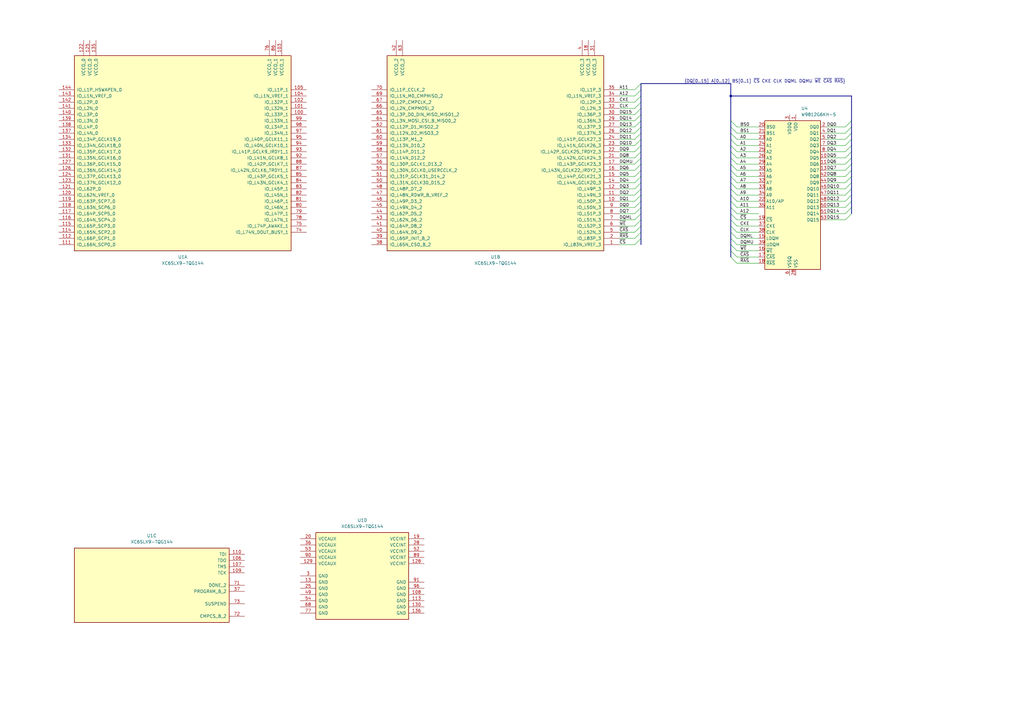
<source format=kicad_sch>
(kicad_sch (version 20231120) (generator "eeschema") (generator_version "8.0")
  (paper "A3")
  (lib_symbols
    (symbol "FPGA_Xilinx_Spartan6:XC6SLX9-TQG144" (pin_names (offset 1.016))
      (property "Reference" "U" (at 0 1.27 0))
      (property "Value" "XC6SLX9-TQG144" (at 0 -1.27 0))
      (symbol "XC6SLX9-TQG144_1_1"
        (rectangle (start -44.45 36.83) (end 44.45 -43.18) (stroke (width 0.254)) (fill (type background)))
        (pin bidirectional line (at 50.8 12.7 180) (length 6.35) (name "IO_L33P_1") (number "100"))
        (pin bidirectional line (at 50.8 15.24 180) (length 6.35) (name "IO_L32N_1") (number "101"))
        (pin bidirectional line (at 50.8 17.78 180) (length 6.35) (name "IO_L32P_1") (number "102"))
        (pin power_in line (at 40.64 43.18 270) (length 6.35) (name "VCCO_1") (number "103"))
        (pin bidirectional line (at 50.8 20.32 180) (length 6.35) (name "IO_L1N_VREF_1") (number "104"))
        (pin bidirectional line (at 50.8 22.86 180) (length 6.35) (name "IO_L1P_1") (number "105"))
        (pin bidirectional line (at -50.8 -40.64 0) (length 6.35) (name "IO_L66N_SCP0_0") (number "111"))
        (pin bidirectional line (at -50.8 -38.1 0) (length 6.35) (name "IO_L66P_SCP1_0") (number "112"))
        (pin bidirectional line (at -50.8 -35.56 0) (length 6.35) (name "IO_L65N_SCP2_0") (number "114"))
        (pin bidirectional line (at -50.8 -33.02 0) (length 6.35) (name "IO_L65P_SCP3_0") (number "115"))
        (pin bidirectional line (at -50.8 -30.48 0) (length 6.35) (name "IO_L64N_SCP4_0") (number "116"))
        (pin bidirectional line (at -50.8 -27.94 0) (length 6.35) (name "IO_L64P_SCP5_0") (number "117"))
        (pin bidirectional line (at -50.8 -25.4 0) (length 6.35) (name "IO_L63N_SCP6_0") (number "118"))
        (pin bidirectional line (at -50.8 -22.86 0) (length 6.35) (name "IO_L63P_SCP7_0") (number "119"))
        (pin bidirectional line (at -50.8 -20.32 0) (length 6.35) (name "IO_L62N_VREF_0") (number "120"))
        (pin bidirectional line (at -50.8 -17.78 0) (length 6.35) (name "IO_L62P_0") (number "121"))
        (pin power_in line (at -40.64 43.18 270) (length 6.35) (name "VCCO_0") (number "122"))
        (pin bidirectional line (at -50.8 -15.24 0) (length 6.35) (name "IO_L37N_GCLK12_0") (number "123"))
        (pin bidirectional line (at -50.8 -12.7 0) (length 6.35) (name "IO_L37P_GCLK13_0") (number "124"))
        (pin power_in line (at -38.1 43.18 270) (length 6.35) (name "VCCO_0") (number "125"))
        (pin bidirectional line (at -50.8 -10.16 0) (length 6.35) (name "IO_L36N_GCLK14_0") (number "126"))
        (pin bidirectional line (at -50.8 -7.62 0) (length 6.35) (name "IO_L36P_GCLK15_0") (number "127"))
        (pin bidirectional line (at -50.8 -5.08 0) (length 6.35) (name "IO_L35N_GCLK16_0") (number "131"))
        (pin bidirectional line (at -50.8 -2.54 0) (length 6.35) (name "IO_L35P_GCLK17_0") (number "132"))
        (pin bidirectional line (at -50.8 0 0) (length 6.35) (name "IO_L34N_GCLK18_0") (number "133"))
        (pin bidirectional line (at -50.8 2.54 0) (length 6.35) (name "IO_L34P_GCLK19_0") (number "134"))
        (pin power_in line (at -35.56 43.18 270) (length 6.35) (name "VCCO_0") (number "135"))
        (pin bidirectional line (at -50.8 5.08 0) (length 6.35) (name "IO_L4N_0") (number "137"))
        (pin bidirectional line (at -50.8 7.62 0) (length 6.35) (name "IO_L4P_0") (number "138"))
        (pin bidirectional line (at -50.8 10.16 0) (length 6.35) (name "IO_L3N_0") (number "139"))
        (pin bidirectional line (at -50.8 12.7 0) (length 6.35) (name "IO_L3P_0") (number "140"))
        (pin bidirectional line (at -50.8 15.24 0) (length 6.35) (name "IO_L2N_0") (number "141"))
        (pin bidirectional line (at -50.8 17.78 0) (length 6.35) (name "IO_L2P_0") (number "142"))
        (pin bidirectional line (at -50.8 20.32 0) (length 6.35) (name "IO_L1N_VREF_0") (number "143"))
        (pin bidirectional line (at -50.8 22.86 0) (length 6.35) (name "IO_L1P_HSWAPEN_0") (number "144"))
        (pin bidirectional line (at 50.8 -35.56 180) (length 6.35) (name "IO_L74N_DOUT_BUSY_1") (number "74"))
        (pin bidirectional line (at 50.8 -33.02 180) (length 6.35) (name "IO_L74P_AWAKE_1") (number "75"))
        (pin power_in line (at 35.56 43.18 270) (length 6.35) (name "VCCO_1") (number "76"))
        (pin bidirectional line (at 50.8 -30.48 180) (length 6.35) (name "IO_L47N_1") (number "78"))
        (pin bidirectional line (at 50.8 -27.94 180) (length 6.35) (name "IO_L47P_1") (number "79"))
        (pin bidirectional line (at 50.8 -25.4 180) (length 6.35) (name "IO_L46N_1") (number "80"))
        (pin bidirectional line (at 50.8 -22.86 180) (length 6.35) (name "IO_L46P_1") (number "81"))
        (pin bidirectional line (at 50.8 -20.32 180) (length 6.35) (name "IO_L45N_1") (number "82"))
        (pin bidirectional line (at 50.8 -17.78 180) (length 6.35) (name "IO_L45P_1") (number "83"))
        (pin bidirectional line (at 50.8 -15.24 180) (length 6.35) (name "IO_L43N_GCLK4_1") (number "84"))
        (pin bidirectional line (at 50.8 -12.7 180) (length 6.35) (name "IO_L43P_GCLK5_1") (number "85"))
        (pin power_in line (at 38.1 43.18 270) (length 6.35) (name "VCCO_1") (number "86"))
        (pin bidirectional line (at 50.8 -10.16 180) (length 6.35) (name "IO_L42N_GCLK6_TRDY1_1") (number "87"))
        (pin bidirectional line (at 50.8 -7.62 180) (length 6.35) (name "IO_L42P_GCLK7_1") (number "88"))
        (pin bidirectional line (at 50.8 -5.08 180) (length 6.35) (name "IO_L41N_GCLK8_1") (number "92"))
        (pin bidirectional line (at 50.8 -2.54 180) (length 6.35) (name "IO_L41P_GCLK9_IRDY1_1") (number "93"))
        (pin bidirectional line (at 50.8 0 180) (length 6.35) (name "IO_L40N_GCLK10_1") (number "94"))
        (pin bidirectional line (at 50.8 2.54 180) (length 6.35) (name "IO_L40P_GCLK11_1") (number "95"))
        (pin bidirectional line (at 50.8 5.08 180) (length 6.35) (name "IO_L34N_1") (number "97"))
        (pin bidirectional line (at 50.8 7.62 180) (length 6.35) (name "IO_L34P_1") (number "98"))
        (pin bidirectional line (at 50.8 10.16 180) (length 6.35) (name "IO_L33N_1") (number "99"))
      )
      (symbol "XC6SLX9-TQG144_2_1"
        (rectangle (start -44.45 36.83) (end 44.45 -43.18) (stroke (width 0.254)) (fill (type background)))
        (pin bidirectional line (at 50.8 -40.64 180) (length 6.35) (name "IO_L83N_VREF_3") (number "1"))
        (pin bidirectional line (at 50.8 -22.86 180) (length 6.35) (name "IO_L50P_3") (number "10"))
        (pin bidirectional line (at 50.8 -20.32 180) (length 6.35) (name "IO_L49N_3") (number "11"))
        (pin bidirectional line (at 50.8 -17.78 180) (length 6.35) (name "IO_L49P_3") (number "12"))
        (pin bidirectional line (at 50.8 -15.24 180) (length 6.35) (name "IO_L44N_GCLK20_3") (number "14"))
        (pin bidirectional line (at 50.8 -12.7 180) (length 6.35) (name "IO_L44P_GCLK21_3") (number "15"))
        (pin bidirectional line (at 50.8 -10.16 180) (length 6.35) (name "IO_L43N_GCLK22_IRDY2_3") (number "16"))
        (pin bidirectional line (at 50.8 -7.62 180) (length 6.35) (name "IO_L43P_GCLK23_3") (number "17"))
        (pin power_in line (at 38.1 43.18 270) (length 6.35) (name "VCCO_3") (number "18"))
        (pin bidirectional line (at 50.8 -38.1 180) (length 6.35) (name "IO_L83P_3") (number "2"))
        (pin bidirectional line (at 50.8 -5.08 180) (length 6.35) (name "IO_L42N_GCLK24_3") (number "21"))
        (pin bidirectional line (at 50.8 -2.54 180) (length 6.35) (name "IO_L42P_GCLK25_TRDY2_3") (number "22"))
        (pin bidirectional line (at 50.8 0 180) (length 6.35) (name "IO_L41N_GCLK26_3") (number "23"))
        (pin bidirectional line (at 50.8 2.54 180) (length 6.35) (name "IO_L41P_GCLK27_3") (number "24"))
        (pin bidirectional line (at 50.8 5.08 180) (length 6.35) (name "IO_L37N_3") (number "26"))
        (pin bidirectional line (at 50.8 7.62 180) (length 6.35) (name "IO_L37P_3") (number "27"))
        (pin bidirectional line (at 50.8 10.16 180) (length 6.35) (name "IO_L36N_3") (number "29"))
        (pin bidirectional line (at 50.8 12.7 180) (length 6.35) (name "IO_L36P_3") (number "30"))
        (pin power_in line (at 40.64 43.18 270) (length 6.35) (name "VCCO_3") (number "31"))
        (pin bidirectional line (at 50.8 15.24 180) (length 6.35) (name "IO_L2N_3") (number "32"))
        (pin bidirectional line (at 50.8 17.78 180) (length 6.35) (name "IO_L2P_3") (number "33"))
        (pin bidirectional line (at 50.8 20.32 180) (length 6.35) (name "IO_L1N_VREF_3") (number "34"))
        (pin bidirectional line (at 50.8 22.86 180) (length 6.35) (name "IO_L1P_3") (number "35"))
        (pin bidirectional line (at -50.8 -40.64 0) (length 6.35) (name "IO_L65N_CSO_B_2") (number "38"))
        (pin bidirectional line (at -50.8 -38.1 0) (length 6.35) (name "IO_L65P_INIT_B_2") (number "39"))
        (pin power_in line (at 35.56 43.18 270) (length 6.35) (name "VCCO_3") (number "4"))
        (pin bidirectional line (at -50.8 -35.56 0) (length 6.35) (name "IO_L64N_D9_2") (number "40"))
        (pin bidirectional line (at -50.8 -33.02 0) (length 6.35) (name "IO_L64P_D8_2") (number "41"))
        (pin power_in line (at -40.64 43.18 270) (length 6.35) (name "VCCO_2") (number "42"))
        (pin bidirectional line (at -50.8 -30.48 0) (length 6.35) (name "IO_L62N_D6_2") (number "43"))
        (pin bidirectional line (at -50.8 -27.94 0) (length 6.35) (name "IO_L62P_D5_2") (number "44"))
        (pin bidirectional line (at -50.8 -25.4 0) (length 6.35) (name "IO_L49N_D4_2") (number "45"))
        (pin bidirectional line (at -50.8 -22.86 0) (length 6.35) (name "IO_L49P_D3_2") (number "46"))
        (pin bidirectional line (at -50.8 -20.32 0) (length 6.35) (name "IO_L48N_RDWR_B_VREF_2") (number "47"))
        (pin bidirectional line (at -50.8 -17.78 0) (length 6.35) (name "IO_L48P_D7_2") (number "48"))
        (pin bidirectional line (at 50.8 -35.56 180) (length 6.35) (name "IO_L52N_3") (number "5"))
        (pin bidirectional line (at -50.8 -15.24 0) (length 6.35) (name "IO_L31N_GCLK30_D15_2") (number "50"))
        (pin bidirectional line (at -50.8 -12.7 0) (length 6.35) (name "IO_L31P_GCLK31_D14_2") (number "51"))
        (pin bidirectional line (at -50.8 -10.16 0) (length 6.35) (name "IO_L30N_GCLK0_USERCCLK_2") (number "55"))
        (pin bidirectional line (at -50.8 -7.62 0) (length 6.35) (name "IO_L30P_GCLK1_D13_2") (number "56"))
        (pin bidirectional line (at -50.8 -5.08 0) (length 6.35) (name "IO_L14N_D12_2") (number "57"))
        (pin bidirectional line (at -50.8 -2.54 0) (length 6.35) (name "IO_L14P_D11_2") (number "58"))
        (pin bidirectional line (at -50.8 0 0) (length 6.35) (name "IO_L13N_D10_2") (number "59"))
        (pin bidirectional line (at 50.8 -33.02 180) (length 6.35) (name "IO_L52P_3") (number "6"))
        (pin bidirectional line (at -50.8 2.54 0) (length 6.35) (name "IO_L13P_M1_2") (number "60"))
        (pin bidirectional line (at -50.8 5.08 0) (length 6.35) (name "IO_L12N_D2_MISO3_2") (number "61"))
        (pin bidirectional line (at -50.8 7.62 0) (length 6.35) (name "IO_L12P_D1_MISO2_2") (number "62"))
        (pin power_in line (at -38.1 43.18 270) (length 6.35) (name "VCCO_2") (number "63"))
        (pin bidirectional line (at -50.8 10.16 0) (length 6.35) (name "IO_L3N_MOSI_CSI_B_MISO0_2") (number "64"))
        (pin bidirectional line (at -50.8 12.7 0) (length 6.35) (name "IO_L3P_D0_DIN_MISO_MISO1_2") (number "65"))
        (pin bidirectional line (at -50.8 15.24 0) (length 6.35) (name "IO_L2N_CMPMOSI_2") (number "66"))
        (pin bidirectional line (at -50.8 17.78 0) (length 6.35) (name "IO_L2P_CMPCLK_2") (number "67"))
        (pin bidirectional line (at -50.8 20.32 0) (length 6.35) (name "IO_L1N_M0_CMPMISO_2") (number "69"))
        (pin bidirectional line (at 50.8 -30.48 180) (length 6.35) (name "IO_L51N_3") (number "7"))
        (pin bidirectional line (at -50.8 22.86 0) (length 6.35) (name "IO_L1P_CCLK_2") (number "70"))
        (pin bidirectional line (at 50.8 -27.94 180) (length 6.35) (name "IO_L51P_3") (number "8"))
        (pin bidirectional line (at 50.8 -25.4 180) (length 6.35) (name "IO_L50N_3") (number "9"))
      )
      (symbol "XC6SLX9-TQG144_3_1"
        (rectangle (start -31.75 15.24) (end 31.75 -15.24) (stroke (width 0.254)) (fill (type background)))
        (pin bidirectional line (at 38.1 10.16 180) (length 6.35) (name "TDO") (number "106"))
        (pin bidirectional line (at 38.1 7.62 180) (length 6.35) (name "TMS") (number "107"))
        (pin bidirectional line (at 38.1 5.08 180) (length 6.35) (name "TCK") (number "109"))
        (pin bidirectional line (at 38.1 12.7 180) (length 6.35) (name "TDI") (number "110"))
        (pin bidirectional line (at 38.1 -2.54 180) (length 6.35) (name "PROGRAM_B_2") (number "37"))
        (pin bidirectional line (at 38.1 0 180) (length 6.35) (name "DONE_2") (number "71"))
        (pin bidirectional line (at 38.1 -12.7 180) (length 6.35) (name "CMPCS_B_2") (number "72"))
        (pin bidirectional line (at 38.1 -7.62 180) (length 6.35) (name "SUSPEND") (number "73"))
      )
      (symbol "XC6SLX9-TQG144_4_1"
        (rectangle (start -19.05 17.78) (end 19.05 -17.78) (stroke (width 0.254)) (fill (type background)))
        (pin power_in line (at 25.4 -7.62 180) (length 6.35) (name "GND") (number "108"))
        (pin power_in line (at 25.4 -10.16 180) (length 6.35) (name "GND") (number "113"))
        (pin power_in line (at 25.4 5.08 180) (length 6.35) (name "VCCINT") (number "128"))
        (pin power_in line (at -25.4 5.08 0) (length 6.35) (name "VCCAUX") (number "129"))
        (pin power_in line (at -25.4 -2.54 0) (length 6.35) (name "GND") (number "13"))
        (pin power_in line (at 25.4 -12.7 180) (length 6.35) (name "GND") (number "130"))
        (pin power_in line (at 25.4 -15.24 180) (length 6.35) (name "GND") (number "136"))
        (pin power_in line (at 25.4 15.24 180) (length 6.35) (name "VCCINT") (number "19"))
        (pin power_in line (at -25.4 15.24 0) (length 6.35) (name "VCCAUX") (number "20"))
        (pin power_in line (at -25.4 -5.08 0) (length 6.35) (name "GND") (number "25"))
        (pin power_in line (at 25.4 12.7 180) (length 6.35) (name "VCCINT") (number "28"))
        (pin power_in line (at -25.4 0 0) (length 6.35) (name "GND") (number "3"))
        (pin power_in line (at -25.4 12.7 0) (length 6.35) (name "VCCAUX") (number "36"))
        (pin power_in line (at -25.4 -7.62 0) (length 6.35) (name "GND") (number "49"))
        (pin power_in line (at 25.4 10.16 180) (length 6.35) (name "VCCINT") (number "52"))
        (pin power_in line (at -25.4 10.16 0) (length 6.35) (name "VCCAUX") (number "53"))
        (pin power_in line (at -25.4 -10.16 0) (length 6.35) (name "GND") (number "54"))
        (pin power_in line (at -25.4 -12.7 0) (length 6.35) (name "GND") (number "68"))
        (pin power_in line (at -25.4 -15.24 0) (length 6.35) (name "GND") (number "77"))
        (pin power_in line (at 25.4 7.62 180) (length 6.35) (name "VCCINT") (number "89"))
        (pin power_in line (at -25.4 7.62 0) (length 6.35) (name "VCCAUX") (number "90"))
        (pin power_in line (at 25.4 -2.54 180) (length 6.35) (name "GND") (number "91"))
        (pin power_in line (at 25.4 -5.08 180) (length 6.35) (name "GND") (number "96"))
      )
    )
    (symbol "Memory_RAM:W9812G6KH-5"
      (property "Reference" "U" (at -10.16 31.75 0))
      (property "Value" "W9812G6KH-5" (at -10.16 -33.02 0))
      (symbol "W9812G6KH-5_1_1"
        (rectangle (start -10.16 30.48) (end 12.7 -30.48) (stroke (width 0.254)) (fill (type background)))
        (pin power_in line (at 2.54 33.02 270) (length 2.54) (name "VDD") (number "1"))
        (pin bidirectional line (at 15.24 15.24 180) (length 2.54) (name "DQ5") (number "10"))
        (pin bidirectional line (at 15.24 12.7 180) (length 2.54) (name "DQ6") (number "11"))
        (pin passive line (at 0 -33.02 90) (length 2.54) hide (name "VSSQ") (number "12"))
        (pin bidirectional line (at 15.24 10.16 180) (length 2.54) (name "DQ7") (number "13"))
        (pin passive line (at 2.54 33.02 270) (length 2.54) hide (name "VDD") (number "14"))
        (pin input line (at -12.7 -17.78 0) (length 2.54) (name "LDQM") (number "15"))
        (pin input line (at -12.7 -22.86 0) (length 2.54) (name "~{WE}") (number "16"))
        (pin input line (at -12.7 -25.4 0) (length 2.54) (name "~{CAS}") (number "17"))
        (pin input line (at -12.7 -27.94 0) (length 2.54) (name "~{RAS}") (number "18"))
        (pin input line (at -12.7 -10.16 0) (length 2.54) (name "~{CS}") (number "19"))
        (pin bidirectional line (at 15.24 27.94 180) (length 2.54) (name "DQ0") (number "2"))
        (pin input line (at -12.7 27.94 0) (length 2.54) (name "BS0") (number "20"))
        (pin input line (at -12.7 25.4 0) (length 2.54) (name "BS1") (number "21"))
        (pin input line (at -12.7 -2.54 0) (length 2.54) (name "A10/AP") (number "22"))
        (pin input line (at -12.7 22.86 0) (length 2.54) (name "A0") (number "23"))
        (pin input line (at -12.7 20.32 0) (length 2.54) (name "A1") (number "24"))
        (pin input line (at -12.7 17.78 0) (length 2.54) (name "A2") (number "25"))
        (pin input line (at -12.7 15.24 0) (length 2.54) (name "A3") (number "26"))
        (pin passive line (at 2.54 33.02 270) (length 2.54) hide (name "VDD") (number "27"))
        (pin power_in line (at 2.54 -33.02 90) (length 2.54) (name "VSS") (number "28"))
        (pin input line (at -12.7 12.7 0) (length 2.54) (name "A4") (number "29"))
        (pin power_in line (at 0 33.02 270) (length 2.54) (name "VDDQ") (number "3"))
        (pin input line (at -12.7 10.16 0) (length 2.54) (name "A5") (number "30"))
        (pin input line (at -12.7 7.62 0) (length 2.54) (name "A6") (number "31"))
        (pin input line (at -12.7 5.08 0) (length 2.54) (name "A7") (number "32"))
        (pin input line (at -12.7 2.54 0) (length 2.54) (name "A8") (number "33"))
        (pin input line (at -12.7 0 0) (length 2.54) (name "A9") (number "34"))
        (pin input line (at -12.7 -5.08 0) (length 2.54) (name "A11") (number "35"))
        (pin no_connect line (at 12.7 -15.24 180) (length 2.54) hide (name "NC") (number "36"))
        (pin input line (at -12.7 -12.7 0) (length 2.54) (name "CKE") (number "37"))
        (pin input line (at -12.7 -15.24 0) (length 2.54) (name "CLK") (number "38"))
        (pin input line (at -12.7 -20.32 0) (length 2.54) (name "UDQM") (number "39"))
        (pin bidirectional line (at 15.24 25.4 180) (length 2.54) (name "DQ1") (number "4"))
        (pin no_connect line (at 12.7 -17.78 180) (length 2.54) hide (name "NC") (number "40"))
        (pin passive line (at 2.54 -33.02 90) (length 2.54) hide (name "VSS") (number "41"))
        (pin bidirectional line (at 15.24 7.62 180) (length 2.54) (name "DQ8") (number "42"))
        (pin passive line (at 0 33.02 270) (length 2.54) hide (name "VDDQ") (number "43"))
        (pin bidirectional line (at 15.24 5.08 180) (length 2.54) (name "DQ9") (number "44"))
        (pin bidirectional line (at 15.24 2.54 180) (length 2.54) (name "DQ10") (number "45"))
        (pin passive line (at 0 -33.02 90) (length 2.54) hide (name "VSSQ") (number "46"))
        (pin bidirectional line (at 15.24 0 180) (length 2.54) (name "DQ11") (number "47"))
        (pin bidirectional line (at 15.24 -2.54 180) (length 2.54) (name "DQ12") (number "48"))
        (pin passive line (at 0 33.02 270) (length 2.54) hide (name "VDDQ") (number "49"))
        (pin bidirectional line (at 15.24 22.86 180) (length 2.54) (name "DQ2") (number "5"))
        (pin bidirectional line (at 15.24 -5.08 180) (length 2.54) (name "DQ13") (number "50"))
        (pin bidirectional line (at 15.24 -7.62 180) (length 2.54) (name "DQ14") (number "51"))
        (pin passive line (at 0 -33.02 90) (length 2.54) hide (name "VSSQ") (number "52"))
        (pin bidirectional line (at 15.24 -10.16 180) (length 2.54) (name "DQ15") (number "53"))
        (pin passive line (at 2.54 -33.02 90) (length 2.54) hide (name "VSS") (number "54"))
        (pin power_in line (at 0 -33.02 90) (length 2.54) (name "VSSQ") (number "6"))
        (pin bidirectional line (at 15.24 20.32 180) (length 2.54) (name "DQ3") (number "7"))
        (pin bidirectional line (at 15.24 17.78 180) (length 2.54) (name "DQ4") (number "8"))
        (pin passive line (at 0 33.02 270) (length 2.54) hide (name "VDDQ") (number "9"))
      )
    )
  )
  (junction (at 299.72 39.37))
  (bus_entry (at 299.72 59.69) (size 2.54 2.54))
  (bus_entry (at 349.25 52.07) (size -2.54 2.54))
  (bus_entry (at 299.72 54.61) (size 2.54 2.54))
  (bus_entry (at 262.89 49.53) (size -2.54 2.54))
  (bus_entry (at 262.89 85.09) (size -2.54 2.54))
  (bus_entry (at 262.89 41.91) (size -2.54 2.54))
  (bus_entry (at 299.72 95.25) (size 2.54 2.54))
  (bus_entry (at 299.72 72.39) (size 2.54 2.54))
  (bus_entry (at 262.89 80.01) (size -2.54 2.54))
  (bus_entry (at 262.89 95.25) (size -2.54 2.54))
  (bus_entry (at 262.89 67.31) (size -2.54 2.54))
  (bus_entry (at 349.25 57.15) (size -2.54 2.54))
  (bus_entry (at 262.89 62.23) (size -2.54 2.54))
  (bus_entry (at 299.72 97.79) (size 2.54 2.54))
  (bus_entry (at 349.25 64.77) (size -2.54 2.54))
  (bus_entry (at 299.72 77.47) (size 2.54 2.54))
  (bus_entry (at 262.89 77.47) (size -2.54 2.54))
  (bus_entry (at 299.72 62.23) (size 2.54 2.54))
  (bus_entry (at 299.72 82.55) (size 2.54 2.54))
  (bus_entry (at 262.89 82.55) (size -2.54 2.54))
  (bus_entry (at 262.89 59.69) (size -2.54 2.54))
  (bus_entry (at 299.72 92.71) (size 2.54 2.54))
  (bus_entry (at 349.25 62.23) (size -2.54 2.54))
  (bus_entry (at 349.25 72.39) (size -2.54 2.54))
  (bus_entry (at 262.89 92.71) (size -2.54 2.54))
  (bus_entry (at 299.72 100.33) (size 2.54 2.54))
  (bus_entry (at 349.25 80.01) (size -2.54 2.54))
  (bus_entry (at 262.89 36.83) (size -2.54 2.54))
  (bus_entry (at 349.25 67.31) (size -2.54 2.54))
  (bus_entry (at 349.25 82.55) (size -2.54 2.54))
  (bus_entry (at 262.89 57.15) (size -2.54 2.54))
  (bus_entry (at 349.25 87.63) (size -2.54 2.54))
  (bus_entry (at 262.89 90.17) (size -2.54 2.54))
  (bus_entry (at 262.89 69.85) (size -2.54 2.54))
  (bus_entry (at 299.72 49.53) (size 2.54 2.54))
  (bus_entry (at 299.72 64.77) (size 2.54 2.54))
  (bus_entry (at 349.25 49.53) (size -2.54 2.54))
  (bus_entry (at 299.72 85.09) (size 2.54 2.54))
  (bus_entry (at 349.25 69.85) (size -2.54 2.54))
  (bus_entry (at 349.25 77.47) (size -2.54 2.54))
  (bus_entry (at 262.89 39.37) (size -2.54 2.54))
  (bus_entry (at 262.89 74.93) (size -2.54 2.54))
  (bus_entry (at 349.25 74.93) (size -2.54 2.54))
  (bus_entry (at 299.72 52.07) (size 2.54 2.54))
  (bus_entry (at 299.72 80.01) (size 2.54 2.54))
  (bus_entry (at 299.72 102.87) (size 2.54 2.54))
  (bus_entry (at 299.72 67.31) (size 2.54 2.54))
  (bus_entry (at 262.89 64.77) (size -2.54 2.54))
  (bus_entry (at 299.72 90.17) (size 2.54 2.54))
  (bus_entry (at 349.25 85.09) (size -2.54 2.54))
  (bus_entry (at 262.89 52.07) (size -2.54 2.54))
  (bus_entry (at 262.89 34.29) (size -2.54 2.54))
  (bus_entry (at 299.72 87.63) (size 2.54 2.54))
  (bus_entry (at 262.89 44.45) (size -2.54 2.54))
  (bus_entry (at 299.72 57.15) (size 2.54 2.54))
  (bus_entry (at 349.25 54.61) (size -2.54 2.54))
  (bus_entry (at 262.89 97.79) (size -2.54 2.54))
  (bus_entry (at 262.89 87.63) (size -2.54 2.54))
  (bus_entry (at 299.72 74.93) (size 2.54 2.54))
  (bus_entry (at 262.89 72.39) (size -2.54 2.54))
  (bus_entry (at 262.89 46.99) (size -2.54 2.54))
  (bus_entry (at 299.72 105.41) (size 2.54 2.54))
  (bus_entry (at 262.89 54.61) (size -2.54 2.54))
  (bus_entry (at 299.72 69.85) (size 2.54 2.54))
  (bus_entry (at 349.25 59.69) (size -2.54 2.54))
  (bus (pts (xy 262.89 97.79) (xy 262.89 100.33)))
  (bus (pts (xy 299.72 64.77) (xy 299.72 62.23)))
  (bus (pts (xy 299.72 62.23) (xy 299.72 59.69)))
  (wire (pts (xy 254 52.07) (xy 260.35 52.07)))
  (wire (pts (xy 254 64.77) (xy 260.35 64.77)))
  (bus (pts (xy 349.25 85.09) (xy 349.25 87.63)))
  (bus (pts (xy 299.72 72.39) (xy 299.72 69.85)))
  (bus (pts (xy 262.89 69.85) (xy 262.89 72.39)))
  (wire (pts (xy 254 62.23) (xy 260.35 62.23)))
  (wire (pts (xy 254 59.69) (xy 260.35 59.69)))
  (bus (pts (xy 299.72 87.63) (xy 299.72 90.17)))
  (bus (pts (xy 262.89 90.17) (xy 262.89 92.71)))
  (wire (pts (xy 254 82.55) (xy 260.35 82.55)))
  (bus (pts (xy 262.89 82.55) (xy 262.89 85.09)))
  (bus (pts (xy 299.72 92.71) (xy 299.72 90.17)))
  (bus (pts (xy 299.72 100.33) (xy 299.72 102.87)))
  (bus (pts (xy 349.25 74.93) (xy 349.25 77.47)))
  (bus (pts (xy 262.89 59.69) (xy 262.89 62.23)))
  (wire (pts (xy 254 90.17) (xy 260.35 90.17)))
  (bus (pts (xy 262.89 57.15) (xy 262.89 59.69)))
  (bus (pts (xy 349.25 57.15) (xy 349.25 59.69)))
  (bus (pts (xy 299.72 77.47) (xy 299.72 74.93)))
  (wire (pts (xy 254 57.15) (xy 260.35 57.15)))
  (bus (pts (xy 262.89 67.31) (xy 262.89 69.85)))
  (wire (pts (xy 254 85.09) (xy 260.35 85.09)))
  (bus (pts (xy 349.25 62.23) (xy 349.25 64.77)))
  (bus (pts (xy 262.89 46.99) (xy 262.89 49.53)))
  (bus (pts (xy 299.72 87.63) (xy 299.72 85.09)))
  (bus (pts (xy 262.89 95.25) (xy 262.89 97.79)))
  (bus (pts (xy 299.72 34.29) (xy 299.72 39.37)))
  (wire (pts (xy 254 87.63) (xy 260.35 87.63)))
  (bus (pts (xy 299.72 80.01) (xy 299.72 77.47)))
  (wire (pts (xy 254 69.85) (xy 260.35 69.85)))
  (wire (pts (xy 254 49.53) (xy 260.35 49.53)))
  (bus (pts (xy 262.89 49.53) (xy 262.89 52.07)))
  (bus (pts (xy 349.25 54.61) (xy 349.25 57.15)))
  (wire (pts (xy 254 41.91) (xy 260.35 41.91)))
  (bus (pts (xy 262.89 87.63) (xy 262.89 90.17)))
  (bus (pts (xy 299.72 39.37) (xy 349.25 39.37)))
  (bus (pts (xy 262.89 74.93) (xy 262.89 77.47)))
  (bus (pts (xy 299.72 95.25) (xy 299.72 92.71)))
  (bus (pts (xy 299.72 59.69) (xy 299.72 57.15)))
  (bus (pts (xy 262.89 62.23) (xy 262.89 64.77)))
  (wire (pts (xy 339.09 72.39) (xy 346.71 72.39)))
  (wire (pts (xy 302.26 100.33) (xy 311.15 100.33)))
  (wire (pts (xy 254 54.61) (xy 260.35 54.61)))
  (bus (pts (xy 299.72 74.93) (xy 299.72 72.39)))
  (wire (pts (xy 339.09 67.31) (xy 346.71 67.31)))
  (wire (pts (xy 302.26 107.95) (xy 311.15 107.95)))
  (wire (pts (xy 254 67.31) (xy 260.35 67.31)))
  (wire (pts (xy 302.26 92.71) (xy 311.15 92.71)))
  (wire (pts (xy 346.71 90.17) (xy 339.09 90.17)))
  (bus (pts (xy 349.25 39.37) (xy 349.25 49.53)))
  (bus (pts (xy 299.72 67.31) (xy 299.72 64.77)))
  (wire (pts (xy 254 100.33) (xy 260.35 100.33)))
  (bus (pts (xy 299.72 49.53) (xy 299.72 39.37)))
  (wire (pts (xy 302.26 62.23) (xy 311.15 62.23)))
  (wire (pts (xy 254 97.79) (xy 260.35 97.79)))
  (wire (pts (xy 254 72.39) (xy 260.35 72.39)))
  (bus (pts (xy 299.72 34.29) (xy 262.89 34.29)))
  (wire (pts (xy 339.09 54.61) (xy 346.71 54.61)))
  (wire (pts (xy 254 95.25) (xy 260.35 95.25)))
  (wire (pts (xy 339.09 87.63) (xy 346.71 87.63)))
  (bus (pts (xy 262.89 64.77) (xy 262.89 67.31)))
  (bus (pts (xy 299.72 54.61) (xy 299.72 52.07)))
  (bus (pts (xy 299.72 69.85) (xy 299.72 67.31)))
  (wire (pts (xy 302.26 54.61) (xy 311.15 54.61)))
  (wire (pts (xy 302.26 102.87) (xy 311.15 102.87)))
  (bus (pts (xy 299.72 85.09) (xy 299.72 82.55)))
  (wire (pts (xy 302.26 74.93) (xy 311.15 74.93)))
  (wire (pts (xy 302.26 85.09) (xy 311.15 85.09)))
  (wire (pts (xy 254 44.45) (xy 260.35 44.45)))
  (bus (pts (xy 262.89 72.39) (xy 262.89 74.93)))
  (bus (pts (xy 349.25 69.85) (xy 349.25 72.39)))
  (wire (pts (xy 302.26 95.25) (xy 311.15 95.25)))
  (bus (pts (xy 349.25 52.07) (xy 349.25 54.61)))
  (wire (pts (xy 302.26 64.77) (xy 311.15 64.77)))
  (bus (pts (xy 349.25 49.53) (xy 349.25 52.07)))
  (wire (pts (xy 254 77.47) (xy 260.35 77.47)))
  (wire (pts (xy 254 74.93) (xy 260.35 74.93)))
  (wire (pts (xy 302.26 90.17) (xy 311.15 90.17)))
  (wire (pts (xy 339.09 80.01) (xy 346.71 80.01)))
  (wire (pts (xy 346.71 85.09) (xy 339.09 85.09)))
  (bus (pts (xy 262.89 80.01) (xy 262.89 82.55)))
  (wire (pts (xy 254 39.37) (xy 260.35 39.37)))
  (wire (pts (xy 339.09 69.85) (xy 346.71 69.85)))
  (wire (pts (xy 302.26 87.63) (xy 311.15 87.63)))
  (bus (pts (xy 262.89 77.47) (xy 262.89 80.01)))
  (bus (pts (xy 262.89 39.37) (xy 262.89 41.91)))
  (wire (pts (xy 302.26 80.01) (xy 311.15 80.01)))
  (wire (pts (xy 339.09 59.69) (xy 346.71 59.69)))
  (bus (pts (xy 262.89 92.71) (xy 262.89 95.25)))
  (wire (pts (xy 302.26 72.39) (xy 311.15 72.39)))
  (wire (pts (xy 339.09 74.93) (xy 346.71 74.93)))
  (bus (pts (xy 349.25 64.77) (xy 349.25 67.31)))
  (bus (pts (xy 349.25 80.01) (xy 349.25 82.55)))
  (wire (pts (xy 254 80.01) (xy 260.35 80.01)))
  (wire (pts (xy 302.26 57.15) (xy 311.15 57.15)))
  (wire (pts (xy 302.26 52.07) (xy 311.15 52.07)))
  (bus (pts (xy 299.72 52.07) (xy 299.72 49.53)))
  (bus (pts (xy 349.25 82.55) (xy 349.25 85.09)))
  (bus (pts (xy 262.89 36.83) (xy 262.89 39.37)))
  (bus (pts (xy 299.72 100.33) (xy 299.72 97.79)))
  (bus (pts (xy 349.25 59.69) (xy 349.25 62.23)))
  (wire (pts (xy 339.09 62.23) (xy 346.71 62.23)))
  (bus (pts (xy 262.89 85.09) (xy 262.89 87.63)))
  (bus (pts (xy 262.89 52.07) (xy 262.89 54.61)))
  (wire (pts (xy 302.26 67.31) (xy 311.15 67.31)))
  (wire (pts (xy 302.26 69.85) (xy 311.15 69.85)))
  (bus (pts (xy 262.89 54.61) (xy 262.89 57.15)))
  (bus (pts (xy 299.72 82.55) (xy 299.72 80.01)))
  (bus (pts (xy 262.89 44.45) (xy 262.89 46.99)))
  (wire (pts (xy 339.09 52.07) (xy 346.71 52.07)))
  (bus (pts (xy 262.89 41.91) (xy 262.89 44.45)))
  (bus (pts (xy 349.25 67.31) (xy 349.25 69.85)))
  (wire (pts (xy 302.26 97.79) (xy 311.15 97.79)))
  (wire (pts (xy 254 36.83) (xy 260.35 36.83)))
  (wire (pts (xy 302.26 82.55) (xy 311.15 82.55)))
  (wire (pts (xy 302.26 105.41) (xy 311.15 105.41)))
  (wire (pts (xy 346.71 82.55) (xy 339.09 82.55)))
  (wire (pts (xy 339.09 77.47) (xy 346.71 77.47)))
  (bus (pts (xy 299.72 97.79) (xy 299.72 95.25)))
  (bus (pts (xy 262.89 34.29) (xy 262.89 36.83)))
  (bus (pts (xy 349.25 72.39) (xy 349.25 74.93)))
  (wire (pts (xy 339.09 64.77) (xy 346.71 64.77)))
  (bus (pts (xy 349.25 77.47) (xy 349.25 80.01)))
  (wire (pts (xy 254 46.99) (xy 260.35 46.99)))
  (bus (pts (xy 299.72 102.87) (xy 299.72 105.41)))
  (wire (pts (xy 302.26 59.69) (xy 311.15 59.69)))
  (wire (pts (xy 302.26 77.47) (xy 311.15 77.47)))
  (wire (pts (xy 339.09 57.15) (xy 346.71 57.15)))
  (bus (pts (xy 299.72 57.15) (xy 299.72 54.61)))
  (wire (pts (xy 254 92.71) (xy 260.35 92.71)))
  (label "~{CS}" (at 254 100.33 0))
  (label "DQ12" (at 339.09 82.55 0))
  (label "DQ10" (at 339.09 77.47 0))
  (label "~{CAS}" (at 303.53 105.41 0))
  (label "CLK" (at 254 44.45 0))
  (label "DQ12" (at 254 54.61 0))
  (label "CLK" (at 303.53 95.25 0))
  (label "DQ0" (at 339.09 52.07 0))
  (label "DQMU" (at 303.53 100.33 0))
  (label "BS1" (at 303.53 54.61 0))
  (label "{DQ[0..15] A[0..12] BS[0..1] ~{CS} CKE CLK DQML DQMU ~{WE} ~{CAS} ~{RAS}}" (at 280.67 34.29 0))
  (label "A0" (at 303.53 57.15 0))
  (label "DQ5" (at 339.09 64.77 0))
  (label "DQ4" (at 339.09 62.23 0))
  (label "~{CAS}" (at 254 95.25 0))
  (label "A9" (at 303.53 80.01 0))
  (label "DQ14" (at 339.09 87.63 0))
  (label "DQ13" (at 339.09 85.09 0))
  (label "DQ2" (at 254 80.01 0))
  (label "DQ6" (at 254 69.85 0))
  (label "DQ2" (at 339.09 57.15 0))
  (label "~{WE}" (at 254 92.71 0))
  (label "DQ4" (at 254 74.93 0))
  (label "DQ7" (at 254 87.63 0))
  (label "A3" (at 303.53 64.77 0))
  (label "DQ8" (at 254 64.77 0))
  (label "DQ8" (at 339.09 72.39 0))
  (label "DQ15" (at 254 46.99 0))
  (label "A7" (at 303.53 74.93 0))
  (label "DQ0" (at 254 85.09 0))
  (label "DQ7" (at 339.09 69.85 0))
  (label "DQML" (at 254 90.17 0))
  (label "~{WE}" (at 303.53 102.87 0))
  (label "DQ13" (at 254 52.07 0))
  (label "DQ1" (at 339.09 54.61 0))
  (label "DQMU" (at 254 67.31 0))
  (label "~{RAS}" (at 254 97.79 0))
  (label "A12" (at 254 39.37 0))
  (label "DQ9" (at 339.09 74.93 0))
  (label "A1" (at 303.53 59.69 0))
  (label "DQ10" (at 254 59.69 0))
  (label "DQ9" (at 254 62.23 0))
  (label "CKE" (at 254 41.91 0))
  (label "A6" (at 303.53 72.39 0))
  (label "DQ11" (at 254 57.15 0))
  (label "A8" (at 303.53 77.47 0))
  (label "~{CS}" (at 303.53 90.17 0))
  (label "DQ5" (at 254 72.39 0))
  (label "DQ3" (at 254 77.47 0))
  (label "DQ11" (at 339.09 80.01 0))
  (label "DQ6" (at 339.09 67.31 0))
  (label "A12" (at 303.53 87.63 0))
  (label "DQML" (at 303.53 97.79 0))
  (label "A10" (at 303.53 82.55 0))
  (label "A4" (at 303.53 67.31 0))
  (label "A5" (at 303.53 69.85 0))
  (label "A11" (at 303.53 85.09 0))
  (label "CKE" (at 303.53 92.71 0))
  (label "DQ15" (at 339.09 90.17 0))
  (label "A2" (at 303.53 62.23 0))
  (label "~{RAS}" (at 303.53 107.95 0))
  (label "DQ3" (at 339.09 59.69 0))
  (label "DQ14" (at 254 49.53 0))
  (label "BS0" (at 303.53 52.07 0))
  (label "A11" (at 254 36.83 0))
  (label "DQ1" (at 254 82.55 0))
  (symbol (lib_id "FPGA_Xilinx_Spartan6:XC6SLX9-TQG144") (at 148.59 236.22 0) (unit 4)
    (property "Reference" "U1" (at 148.59 213.36 0))
    (property "Value" "XC6SLX9-TQG144" (at 148.59 215.9 0))
    (property "Footprint" "Package_QFP:LQFP-144_20x20mm_P0.5mm" (effects (hide yes)))
    (property "Description" "Spartan 6 LX 9 XC6SLX9-TQG144" (effects (hide yes)))
  )
  (symbol (lib_id "Memory_RAM:W9812G6KH-5") (at 323.85 80.01 0) (unit 1)
    (property "Reference" "U4" (at 328.5841 44.45 0) (effects (justify left)))
    (property "Value" "W9812G6KH-5" (at 328.5841 46.99 0) (effects (justify left)))
    (property "Footprint" "Package_SO:TSOP-II-54_22.2x10.16mm_P0.8mm" (effects (hide yes)))
    (property "Datasheet" "https://www.winbond.com/resource-files/da00-w9812g6khc1.pdf" (effects (hide yes)))
    (property "Description" "128Mb Synchronous DRAM, 2 Mb x 16 b x 4 Banks, 200 MHz, TSOP-II-54" (effects (hide yes)))
    (property "LCSC" "C62246" (effects (hide yes)))
  )
  (symbol (lib_id "FPGA_Xilinx_Spartan6:XC6SLX9-TQG144") (at 74.93 59.69 0) (unit 1)
    (property "Reference" "U1" (at 74.93 105.41 0))
    (property "Value" "XC6SLX9-TQG144" (at 74.93 107.95 0))
    (property "Footprint" "Package_QFP:LQFP-144_20x20mm_P0.5mm" (effects (hide yes)))
    (property "Description" "Spartan 6 LX 9 XC6SLX9-TQG144" (effects (hide yes)))
  )
  (symbol (lib_id "FPGA_Xilinx_Spartan6:XC6SLX9-TQG144") (at 62.23 240.03 0) (unit 3)
    (property "Reference" "U1" (at 62.23 219.71 0))
    (property "Value" "XC6SLX9-TQG144" (at 62.23 222.25 0))
    (property "Footprint" "Package_QFP:LQFP-144_20x20mm_P0.5mm" (effects (hide yes)))
    (property "Description" "Spartan 6 LX 9 XC6SLX9-TQG144" (effects (hide yes)))
  )
  (symbol (lib_id "FPGA_Xilinx_Spartan6:XC6SLX9-TQG144") (at 203.2 59.69 0) (unit 2)
    (property "Reference" "U1" (at 203.2 105.41 0))
    (property "Value" "XC6SLX9-TQG144" (at 203.2 107.95 0))
    (property "Footprint" "Package_QFP:LQFP-144_20x20mm_P0.5mm" (effects (hide yes)))
    (property "Description" "Spartan 6 LX 9 XC6SLX9-TQG144" (effects (hide yes)))
  )
)
</source>
